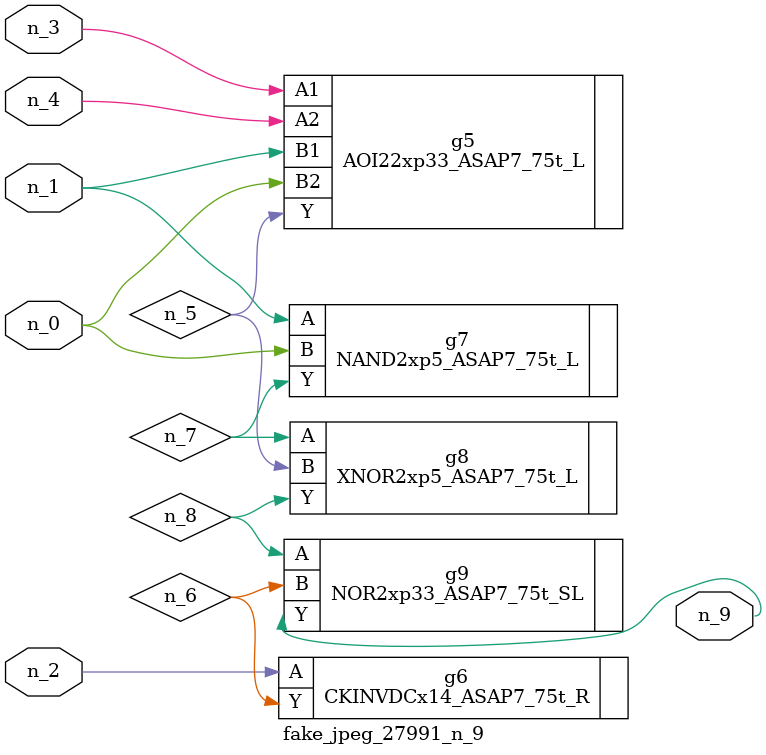
<source format=v>
module fake_jpeg_27991_n_9 (n_3, n_2, n_1, n_0, n_4, n_9);

input n_3;
input n_2;
input n_1;
input n_0;
input n_4;

output n_9;

wire n_8;
wire n_6;
wire n_5;
wire n_7;

AOI22xp33_ASAP7_75t_L g5 ( 
.A1(n_3),
.A2(n_4),
.B1(n_1),
.B2(n_0),
.Y(n_5)
);

CKINVDCx14_ASAP7_75t_R g6 ( 
.A(n_2),
.Y(n_6)
);

NAND2xp5_ASAP7_75t_L g7 ( 
.A(n_1),
.B(n_0),
.Y(n_7)
);

XNOR2xp5_ASAP7_75t_L g8 ( 
.A(n_7),
.B(n_5),
.Y(n_8)
);

NOR2xp33_ASAP7_75t_SL g9 ( 
.A(n_8),
.B(n_6),
.Y(n_9)
);


endmodule
</source>
